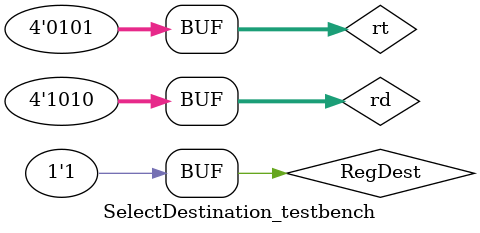
<source format=v>
`define DELAY 20
module SelectDestination_testbench();

	reg [3:0]  rt, rd;
	reg RegDest;
	wire [3:0] myDestination;

	SelectDestination mySelectDest(RegDest, rt, rd, myDestination);
	initial begin
		RegDest=1'b0;
		rt = 4'b0101;
		rd = 4'b1011;
		#`DELAY;
		RegDest=4'b1;
		rt = 4'b0101;
		rd = 4'b1010;
		#`DELAY;
	end

	initial begin
		$monitor("time = %2d, rt=%4b, rd=%4b, regDest=%1b , Destination=%4b", $time, rt, rd, RegDest, myDestination);
	end

endmodule
</source>
